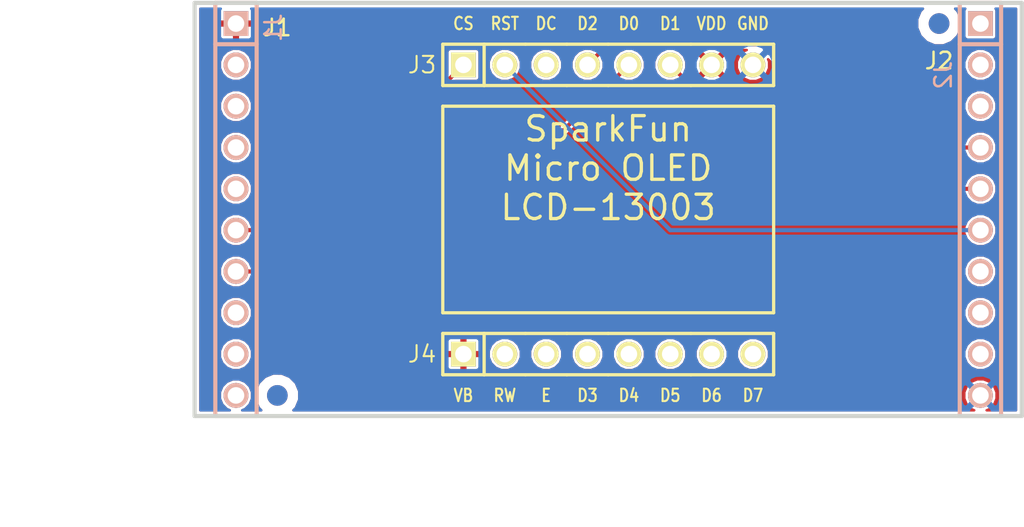
<source format=kicad_pcb>
(kicad_pcb (version 3) (host pcbnew "(2013-09-13 BZR 4316)-product")

  (general
    (links 8)
    (no_connects 0)
    (area 69.926287 85.9282 132.207001 121.104661)
    (thickness 1.6002)
    (drawings 29)
    (tracks 12)
    (zones 0)
    (modules 6)
    (nets 8)
  )

  (page A4)
  (title_block
    (date "24 feb 2013")
  )

  (layers
    (15 F.Cu signal)
    (0 B.Cu signal)
    (16 B.Adhes user)
    (17 F.Adhes user)
    (18 B.Paste user)
    (19 F.Paste user)
    (20 B.SilkS user)
    (21 F.SilkS user)
    (22 B.Mask user)
    (23 F.Mask user)
    (24 Dwgs.User user)
    (25 Cmts.User user)
    (26 Eco1.User user)
    (27 Eco2.User user)
    (28 Edge.Cuts user)
  )

  (setup
    (last_trace_width 0.254)
    (trace_clearance 0.1524)
    (zone_clearance 0.1524)
    (zone_45_only no)
    (trace_min 0.1524)
    (segment_width 0.2)
    (edge_width 0.15)
    (via_size 0.762)
    (via_drill 0.381)
    (via_min_size 0.635)
    (via_min_drill 0.381)
    (uvia_size 0.508)
    (uvia_drill 0.127)
    (uvias_allowed no)
    (uvia_min_size 0.508)
    (uvia_min_drill 0.127)
    (pcb_text_width 0.3)
    (pcb_text_size 1.5 1.5)
    (mod_edge_width 0.15)
    (mod_text_size 1.5 1.5)
    (mod_text_width 0.15)
    (pad_size 1.4 1.4)
    (pad_drill 0.6)
    (pad_to_mask_clearance 0.2)
    (aux_axis_origin 0 0)
    (visible_elements 7FFFFFFF)
    (pcbplotparams
      (layerselection 284196865)
      (usegerberextensions true)
      (excludeedgelayer true)
      (linewidth 0.150000)
      (plotframeref false)
      (viasonmask false)
      (mode 1)
      (useauxorigin false)
      (hpglpennumber 1)
      (hpglpenspeed 20)
      (hpglpendiameter 15)
      (hpglpenoverlay 2)
      (psnegative false)
      (psa4output false)
      (plotreference true)
      (plotvalue true)
      (plotothertext true)
      (plotinvisibletext false)
      (padsonsilk false)
      (subtractmaskfromsilk false)
      (outputformat 1)
      (mirror false)
      (drillshape 0)
      (scaleselection 1)
      (outputdirectory P:/Engineering_SECURE/Projects/LaunchPad_OLED/Hardware/Gerbers/))
  )

  (net 0 "")
  (net 1 /3V3)
  (net 2 /CS)
  (net 3 /D0/SCK)
  (net 4 /D1/SDI)
  (net 5 /D2/SDO)
  (net 6 /GND)
  (net 7 /RESET)

  (net_class Default "This is the default net class."
    (clearance 0.1524)
    (trace_width 0.254)
    (via_dia 0.762)
    (via_drill 0.381)
    (uvia_dia 0.508)
    (uvia_drill 0.127)
    (add_net "")
    (add_net /3V3)
    (add_net /CS)
    (add_net /D0/SCK)
    (add_net /D1/SDI)
    (add_net /D2/SDO)
    (add_net /GND)
    (add_net /RESET)
  )

  (net_class Power ""
    (clearance 0.1524)
    (trace_width 0.762)
    (via_dia 0.889)
    (via_drill 0.508)
    (uvia_dia 0.508)
    (uvia_drill 0.127)
  )

  (module FIDUCIAL (layer F.Cu) (tedit 5052AF7C) (tstamp 5107545D)
    (at 127 87.63)
    (path FIDUCIAL)
    (fp_text reference "" (at 0 1.27) (layer F.SilkS)
      (effects (font (size 0.4572 0.508) (thickness 0.1016)))
    )
    (fp_text value "" (at 0 -1.27) (layer F.SilkS)
      (effects (font (size 0.4572 0.508) (thickness 0.1016)))
    )
    (pad 1 smd circle (at 0 0 270) (size 1.27 1.27)
      (layers *.Cu *.Mask)
      (solder_mask_margin 0.635)
      (clearance 0.635)
    )
  )

  (module FIDUCIAL (layer F.Cu) (tedit 5052AF7C) (tstamp 510754AB)
    (at 86.36 110.49)
    (path FIDUCIAL)
    (fp_text reference "" (at 0 1.27) (layer F.SilkS)
      (effects (font (size 0.4572 0.508) (thickness 0.1016)))
    )
    (fp_text value "" (at 0 -1.27) (layer F.SilkS)
      (effects (font (size 0.4572 0.508) (thickness 0.1016)))
    )
    (pad 1 smd circle (at 0 0 270) (size 1.27 1.27)
      (layers *.Cu *.Mask)
      (solder_mask_margin 0.635)
      (clearance 0.635)
    )
  )

  (module HEADER_100MIL_1R10P_PTH (layer B.Cu) (tedit 5529A0A2) (tstamp 4D7EB299)
    (at 83.82 99.06 270)
    (tags Header)
    (path /5529967A)
    (fp_text reference J1 (at -11.176 -2.286 270) (layer B.SilkS)
      (effects (font (size 1.016 1.016) (thickness 0.1524)) (justify mirror))
    )
    (fp_text value "1x10-PIN HEADER" (at 0 -2.54 270) (layer B.SilkS) hide
      (effects (font (size 1.016 1.016) (thickness 0.1524)) (justify mirror))
    )
    (fp_line (start 12.7 -1.27) (end -12.7 -1.27) (layer B.SilkS) (width 0.254))
    (fp_line (start -12.7 1.27) (end 12.7 1.27) (layer B.SilkS) (width 0.254))
    (fp_line (start -12.7 -1.27) (end -12.7 1.27) (layer B.SilkS) (width 0.254))
    (fp_line (start 12.7 1.27) (end 12.7 -1.27) (layer B.SilkS) (width 0.254))
    (fp_line (start -10.16 1.27) (end -10.16 -1.27) (layer B.SilkS) (width 0.254))
    (pad 10 thru_hole circle (at 11.43 0 270) (size 1.524 1.524) (drill 1.016)
      (layers *.Cu *.Mask B.SilkS)
    )
    (pad 7 thru_hole circle (at 3.81 0 270) (size 1.524 1.524) (drill 1.016)
      (layers *.Cu *.Mask B.SilkS)
      (net 3 /D0/SCK)
    )
    (pad 6 thru_hole circle (at 1.27 0 270) (size 1.524 1.524) (drill 1.016)
      (layers *.Cu *.Mask B.SilkS)
      (net 2 /CS)
    )
    (pad 8 thru_hole circle (at 6.35 0 270) (size 1.524 1.524) (drill 1.016)
      (layers *.Cu *.Mask B.SilkS)
    )
    (pad 9 thru_hole circle (at 8.89 0 270) (size 1.524 1.524) (drill 1.016)
      (layers *.Cu *.Mask B.SilkS)
    )
    (pad 5 thru_hole circle (at -1.27 0 270) (size 1.524 1.524) (drill 1.016)
      (layers *.Cu *.Mask B.SilkS)
    )
    (pad 4 thru_hole circle (at -3.81 0 270) (size 1.524 1.524) (drill 1.016)
      (layers *.Cu *.Mask B.SilkS)
    )
    (pad 1 thru_hole rect (at -11.43 0 270) (size 1.524 1.524) (drill 1.016)
      (layers *.Cu *.Mask B.SilkS)
      (net 1 /3V3)
    )
    (pad 2 thru_hole circle (at -8.89 0 270) (size 1.524 1.524) (drill 1.016)
      (layers *.Cu *.Mask B.SilkS)
    )
    (pad 3 thru_hole circle (at -6.35 0 270) (size 1.524 1.524) (drill 1.016)
      (layers *.Cu *.Mask B.SilkS)
    )
    (model C:\Engineering\KiCAD_Libraries\3D\Headers\HEADER_M_100MIL_1R10P_0.230H_0.120T_ST_GOLD_PTH.wrl
      (at (xyz 0 0 0))
      (scale (xyz 1 1 1))
      (rotate (xyz 0 0 0))
    )
  )

  (module HEADER_100MIL_1R10P_PTH (layer B.Cu) (tedit 552996AC) (tstamp 4D7EB2C9)
    (at 129.54 99.06 270)
    (tags Header)
    (path /5529969B)
    (fp_text reference J2 (at -8.255 2.286 270) (layer B.SilkS)
      (effects (font (size 1.016 1.016) (thickness 0.1524)) (justify mirror))
    )
    (fp_text value "1x10-PIN HEADER" (at 0 2.54 270) (layer B.SilkS) hide
      (effects (font (size 1.016 1.016) (thickness 0.1524)) (justify mirror))
    )
    (fp_line (start 12.7 -1.27) (end -12.7 -1.27) (layer B.SilkS) (width 0.254))
    (fp_line (start -12.7 1.27) (end 12.7 1.27) (layer B.SilkS) (width 0.254))
    (fp_line (start -12.7 -1.27) (end -12.7 1.27) (layer B.SilkS) (width 0.254))
    (fp_line (start 12.7 1.27) (end 12.7 -1.27) (layer B.SilkS) (width 0.254))
    (fp_line (start -10.16 1.27) (end -10.16 -1.27) (layer B.SilkS) (width 0.254))
    (pad 10 thru_hole circle (at 11.43 0 270) (size 1.524 1.524) (drill 1.016)
      (layers *.Cu *.Mask B.SilkS)
      (net 6 /GND)
    )
    (pad 7 thru_hole circle (at 3.81 0 270) (size 1.524 1.524) (drill 1.016)
      (layers *.Cu *.Mask B.SilkS)
    )
    (pad 6 thru_hole circle (at 1.27 0 270) (size 1.524 1.524) (drill 1.016)
      (layers *.Cu *.Mask B.SilkS)
      (net 7 /RESET)
    )
    (pad 8 thru_hole circle (at 6.35 0 270) (size 1.524 1.524) (drill 1.016)
      (layers *.Cu *.Mask B.SilkS)
    )
    (pad 9 thru_hole circle (at 8.89 0 270) (size 1.524 1.524) (drill 1.016)
      (layers *.Cu *.Mask B.SilkS)
    )
    (pad 5 thru_hole circle (at -1.27 0 270) (size 1.524 1.524) (drill 1.016)
      (layers *.Cu *.Mask B.SilkS)
      (net 4 /D1/SDI)
    )
    (pad 4 thru_hole circle (at -3.81 0 270) (size 1.524 1.524) (drill 1.016)
      (layers *.Cu *.Mask B.SilkS)
      (net 5 /D2/SDO)
    )
    (pad 1 thru_hole rect (at -11.43 0 270) (size 1.524 1.524) (drill 1.016)
      (layers *.Cu *.Mask B.SilkS)
    )
    (pad 2 thru_hole circle (at -8.89 0 270) (size 1.524 1.524) (drill 1.016)
      (layers *.Cu *.Mask B.SilkS)
    )
    (pad 3 thru_hole circle (at -6.35 0 270) (size 1.524 1.524) (drill 1.016)
      (layers *.Cu *.Mask B.SilkS)
    )
    (model C:\Engineering\KiCAD_Libraries\3D\Headers\HEADER_M_100MIL_1R10P_0.230H_0.120T_ST_GOLD_PTH.wrl
      (at (xyz 0 0 0))
      (scale (xyz 1 1 1))
      (rotate (xyz 0 0 0))
    )
  )

  (module HEADER_M_2.54MM_1R8P_ST_AU_PTH (layer F.Cu) (tedit 5529B727) (tstamp 5529A40D)
    (at 106.68 90.17)
    (tags Header)
    (path /552996E0)
    (fp_text reference J3 (at -11.43 0) (layer F.SilkS)
      (effects (font (size 1.016 1.016) (thickness 0.127)))
    )
    (fp_text value "1x8-PIN HEADER" (at 12.446 0) (layer F.SilkS) hide
      (effects (font (size 1.016 1.016) (thickness 0.127)))
    )
    (fp_line (start 5.08 1.27) (end 10.16 1.27) (layer F.SilkS) (width 0.2032))
    (fp_line (start 5.08 -1.27) (end 10.16 -1.27) (layer F.SilkS) (width 0.2032))
    (fp_line (start 0 1.27) (end 5.08 1.27) (layer F.SilkS) (width 0.2032))
    (fp_line (start 0 -1.27) (end 5.08 -1.27) (layer F.SilkS) (width 0.2032))
    (fp_line (start -2.54 -1.27) (end 0 -1.27) (layer F.SilkS) (width 0.2032))
    (fp_line (start -2.54 1.27) (end 0 1.27) (layer F.SilkS) (width 0.2032))
    (fp_line (start -5.08 1.27) (end -2.54 1.27) (layer F.SilkS) (width 0.2032))
    (fp_line (start -5.08 -1.27) (end -2.54 -1.27) (layer F.SilkS) (width 0.2032))
    (fp_line (start 10.16 -1.27) (end 10.16 1.27) (layer F.SilkS) (width 0.2032))
    (fp_line (start -7.62 -1.27) (end -5.08 -1.27) (layer F.SilkS) (width 0.2032))
    (fp_line (start -7.62 1.27) (end -5.08 1.27) (layer F.SilkS) (width 0.2032))
    (fp_line (start -10.16 1.27) (end -7.62 1.27) (layer F.SilkS) (width 0.2032))
    (fp_line (start -10.16 -1.27) (end -7.62 -1.27) (layer F.SilkS) (width 0.2032))
    (fp_line (start -10.16 1.27) (end -10.16 -1.27) (layer F.SilkS) (width 0.2032))
    (fp_line (start -7.62 -1.27) (end -7.62 1.27) (layer F.SilkS) (width 0.2032))
    (pad 6 thru_hole circle (at 3.81 0) (size 1.524 1.524) (drill 1.016)
      (layers *.Cu *.Mask F.SilkS)
      (net 4 /D1/SDI)
    )
    (pad 4 thru_hole circle (at -1.27 0) (size 1.524 1.524) (drill 1.016)
      (layers *.Cu *.Mask F.SilkS)
      (net 5 /D2/SDO)
    )
    (pad 3 thru_hole circle (at -3.81 0) (size 1.524 1.524) (drill 1.016)
      (layers *.Cu *.Mask F.SilkS)
    )
    (pad 2 thru_hole circle (at -6.35 0) (size 1.524 1.524) (drill 1.016)
      (layers *.Cu *.Mask F.SilkS)
      (net 7 /RESET)
    )
    (pad 1 thru_hole rect (at -8.89 0) (size 1.524 1.524) (drill 1.016)
      (layers *.Cu *.Mask F.SilkS)
      (net 2 /CS)
    )
    (pad 7 thru_hole circle (at 6.35 0) (size 1.524 1.524) (drill 1.016)
      (layers *.Cu *.Mask F.SilkS)
      (net 1 /3V3)
    )
    (pad 8 thru_hole circle (at 8.89 0) (size 1.524 1.524) (drill 1.016)
      (layers *.Cu *.Mask F.SilkS)
      (net 6 /GND)
    )
    (pad 5 thru_hole circle (at 1.27 0) (size 1.524 1.524) (drill 1.016)
      (layers *.Cu *.Mask F.SilkS)
      (net 3 /D0/SCK)
    )
    (model C:/Engineering/KiCAD_Libraries/3D/Headers/VRML/HEADER_M_2.54MM_1R8P_ST_AU_PTH.wrl
      (at (xyz 0 0 0))
      (scale (xyz 1 1 1))
      (rotate (xyz 0 0 0))
    )
  )

  (module HEADER_M_2.54MM_1R8P_ST_AU_PTH (layer F.Cu) (tedit 5529AC9C) (tstamp 55299FEF)
    (at 106.68 107.95)
    (tags Header)
    (path /552996F2)
    (fp_text reference J4 (at -11.43 0) (layer F.SilkS)
      (effects (font (size 1.016 1.016) (thickness 0.127)))
    )
    (fp_text value "1x8-PIN HEADER" (at 12.446 0) (layer F.SilkS) hide
      (effects (font (size 1.016 1.016) (thickness 0.127)))
    )
    (fp_line (start 5.08 1.27) (end 10.16 1.27) (layer F.SilkS) (width 0.2032))
    (fp_line (start 5.08 -1.27) (end 10.16 -1.27) (layer F.SilkS) (width 0.2032))
    (fp_line (start 0 1.27) (end 5.08 1.27) (layer F.SilkS) (width 0.2032))
    (fp_line (start 0 -1.27) (end 5.08 -1.27) (layer F.SilkS) (width 0.2032))
    (fp_line (start -2.54 -1.27) (end 0 -1.27) (layer F.SilkS) (width 0.2032))
    (fp_line (start -2.54 1.27) (end 0 1.27) (layer F.SilkS) (width 0.2032))
    (fp_line (start -5.08 1.27) (end -2.54 1.27) (layer F.SilkS) (width 0.2032))
    (fp_line (start -5.08 -1.27) (end -2.54 -1.27) (layer F.SilkS) (width 0.2032))
    (fp_line (start 10.16 -1.27) (end 10.16 1.27) (layer F.SilkS) (width 0.2032))
    (fp_line (start -7.62 -1.27) (end -5.08 -1.27) (layer F.SilkS) (width 0.2032))
    (fp_line (start -7.62 1.27) (end -5.08 1.27) (layer F.SilkS) (width 0.2032))
    (fp_line (start -10.16 1.27) (end -7.62 1.27) (layer F.SilkS) (width 0.2032))
    (fp_line (start -10.16 -1.27) (end -7.62 -1.27) (layer F.SilkS) (width 0.2032))
    (fp_line (start -10.16 1.27) (end -10.16 -1.27) (layer F.SilkS) (width 0.2032))
    (fp_line (start -7.62 -1.27) (end -7.62 1.27) (layer F.SilkS) (width 0.2032))
    (pad 6 thru_hole circle (at 3.81 0) (size 1.524 1.524) (drill 1.016)
      (layers *.Cu *.Mask F.SilkS)
    )
    (pad 4 thru_hole circle (at -1.27 0) (size 1.524 1.524) (drill 1.016)
      (layers *.Cu *.Mask F.SilkS)
    )
    (pad 3 thru_hole circle (at -3.81 0) (size 1.524 1.524) (drill 1.016)
      (layers *.Cu *.Mask F.SilkS)
    )
    (pad 2 thru_hole circle (at -6.35 0) (size 1.524 1.524) (drill 1.016)
      (layers *.Cu *.Mask F.SilkS)
    )
    (pad 1 thru_hole rect (at -8.89 0) (size 1.524 1.524) (drill 1.016)
      (layers *.Cu *.Mask F.SilkS)
      (net 1 /3V3)
    )
    (pad 7 thru_hole circle (at 6.35 0) (size 1.524 1.524) (drill 1.016)
      (layers *.Cu *.Mask F.SilkS)
    )
    (pad 8 thru_hole circle (at 8.89 0) (size 1.524 1.524) (drill 1.016)
      (layers *.Cu *.Mask F.SilkS)
    )
    (pad 5 thru_hole circle (at 1.27 0) (size 1.524 1.524) (drill 1.016)
      (layers *.Cu *.Mask F.SilkS)
    )
    (model C:/Engineering/KiCAD_Libraries/3D/Headers/VRML/HEADER_M_2.54MM_1R8P_ST_AU_PTH.wrl
      (at (xyz 0 0 0))
      (scale (xyz 1 1 1))
      (rotate (xyz 0 0 0))
    )
  )

  (gr_text J2 (at 127 89.916) (layer F.SilkS)
    (effects (font (size 1.016 1.016) (thickness 0.1524)))
  )
  (gr_text J1 (at 86.36 87.884) (layer F.SilkS)
    (effects (font (size 1.016 1.016) (thickness 0.1524)))
  )
  (gr_text VB (at 97.79 110.49) (layer F.SilkS) (tstamp 5529A42C)
    (effects (font (size 0.762 0.635) (thickness 0.127)))
  )
  (gr_text RW (at 100.33 110.49) (layer F.SilkS) (tstamp 5529A42B)
    (effects (font (size 0.762 0.635) (thickness 0.127)))
  )
  (gr_text E (at 102.87 110.49) (layer F.SilkS) (tstamp 5529A42A)
    (effects (font (size 0.762 0.635) (thickness 0.127)))
  )
  (gr_text D3 (at 105.41 110.49) (layer F.SilkS) (tstamp 5529A429)
    (effects (font (size 0.762 0.635) (thickness 0.127)))
  )
  (gr_text D4 (at 107.95 110.49) (layer F.SilkS) (tstamp 5529A428)
    (effects (font (size 0.762 0.635) (thickness 0.127)))
  )
  (gr_text D5 (at 110.49 110.49) (layer F.SilkS) (tstamp 5529A427)
    (effects (font (size 0.762 0.635) (thickness 0.127)))
  )
  (gr_text D6 (at 113.03 110.49) (layer F.SilkS) (tstamp 5529A426)
    (effects (font (size 0.762 0.635) (thickness 0.127)))
  )
  (gr_text D7 (at 115.57 110.49) (layer F.SilkS) (tstamp 5529A425)
    (effects (font (size 0.762 0.635) (thickness 0.127)))
  )
  (gr_text GND (at 115.57 87.63) (layer F.SilkS)
    (effects (font (size 0.762 0.635) (thickness 0.127)))
  )
  (gr_text VDD (at 113.03 87.63) (layer F.SilkS)
    (effects (font (size 0.762 0.635) (thickness 0.127)))
  )
  (gr_text D1 (at 110.49 87.63) (layer F.SilkS)
    (effects (font (size 0.762 0.635) (thickness 0.127)))
  )
  (gr_text D0 (at 107.95 87.63) (layer F.SilkS)
    (effects (font (size 0.762 0.635) (thickness 0.127)))
  )
  (gr_text D2 (at 105.41 87.63) (layer F.SilkS)
    (effects (font (size 0.762 0.635) (thickness 0.127)))
  )
  (gr_text DC (at 102.87 87.63) (layer F.SilkS)
    (effects (font (size 0.762 0.635) (thickness 0.127)))
  )
  (gr_text RST (at 100.33 87.63) (layer F.SilkS)
    (effects (font (size 0.762 0.635) (thickness 0.127)))
  )
  (gr_text CS (at 97.79 87.63) (layer F.SilkS)
    (effects (font (size 0.762 0.635) (thickness 0.127)))
  )
  (gr_text "SparkFun\nMicro OLED\nLCD-13003" (at 106.68 96.52) (layer F.SilkS)
    (effects (font (size 1.5 1.5) (thickness 0.2032)))
  )
  (gr_line (start 116.84 92.71) (end 96.52 92.71) (angle 90) (layer F.SilkS) (width 0.2))
  (gr_line (start 116.84 105.41) (end 116.84 92.71) (angle 90) (layer F.SilkS) (width 0.2))
  (gr_line (start 96.52 105.41) (end 116.84 105.41) (angle 90) (layer F.SilkS) (width 0.2))
  (gr_line (start 96.52 92.71) (end 96.52 105.41) (angle 90) (layer F.SilkS) (width 0.2))
  (dimension 25.4 (width 0.3) (layer Cmts.User)
    (gr_text "1.0000 in" (at 75.612 99.06 90) (layer Cmts.User)
      (effects (font (size 1.5 1.5) (thickness 0.3)))
    )
    (feature1 (pts (xy 80.772 86.36) (xy 74.262 86.36)))
    (feature2 (pts (xy 80.772 111.76) (xy 74.262 111.76)))
    (crossbar (pts (xy 76.962 111.76) (xy 76.962 86.36)))
    (arrow1a (pts (xy 76.962 86.36) (xy 77.548421 87.486504)))
    (arrow1b (pts (xy 76.962 86.36) (xy 76.375579 87.486504)))
    (arrow2a (pts (xy 76.962 111.76) (xy 77.548421 110.633496)))
    (arrow2b (pts (xy 76.962 111.76) (xy 76.375579 110.633496)))
  )
  (gr_line (start 132.08 86.36) (end 132.08 111.76) (angle 90) (layer Edge.Cuts) (width 0.254))
  (gr_line (start 81.28 86.36) (end 81.28 111.76) (angle 90) (layer Edge.Cuts) (width 0.254))
  (dimension 50.8 (width 0.3048) (layer Cmts.User)
    (gr_text "2.0000 " (at 106.68 119.47906) (layer Cmts.User)
      (effects (font (size 2.032 1.524) (thickness 0.3048)))
    )
    (feature1 (pts (xy 132.08 112.268) (xy 132.08 121.10466)))
    (feature2 (pts (xy 81.28 112.268) (xy 81.28 121.10466)))
    (crossbar (pts (xy 81.28 117.85346) (xy 132.08 117.85346)))
    (arrow1a (pts (xy 132.08 117.85346) (xy 130.95478 118.43766)))
    (arrow1b (pts (xy 132.08 117.85346) (xy 130.95478 117.26926)))
    (arrow2a (pts (xy 81.28 117.85346) (xy 82.40522 118.43766)))
    (arrow2b (pts (xy 81.28 117.85346) (xy 82.40522 117.26926)))
  )
  (gr_line (start 132.08 111.76) (end 81.28 111.76) (angle 90) (layer Edge.Cuts) (width 0.254))
  (gr_line (start 81.28 86.36) (end 132.08 86.36) (angle 90) (layer Edge.Cuts) (width 0.254))

  (segment (start 83.82 100.33) (end 87.63 100.33) (width 0.254) (layer F.Cu) (net 2))
  (segment (start 87.63 100.33) (end 97.79 90.17) (width 0.254) (layer F.Cu) (net 2) (tstamp 5529B516))
  (segment (start 83.82 102.87) (end 95.25 102.87) (width 0.254) (layer F.Cu) (net 3))
  (segment (start 95.25 102.87) (end 107.95 90.17) (width 0.254) (layer F.Cu) (net 3) (tstamp 5529B51C))
  (segment (start 110.49 90.17) (end 118.11 97.79) (width 0.254) (layer F.Cu) (net 4))
  (segment (start 118.11 97.79) (end 129.54 97.79) (width 0.254) (layer F.Cu) (net 4) (tstamp 5529B525))
  (segment (start 105.41 90.17) (end 106.68 88.9) (width 0.254) (layer F.Cu) (net 5))
  (segment (start 122.428 95.25) (end 129.54 95.25) (width 0.254) (layer F.Cu) (net 5) (tstamp 5529B55B))
  (segment (start 116.078 88.9) (end 122.428 95.25) (width 0.254) (layer F.Cu) (net 5) (tstamp 5529B551))
  (segment (start 106.68 88.9) (end 116.078 88.9) (width 0.254) (layer F.Cu) (net 5) (tstamp 5529B548))
  (segment (start 100.33 90.17) (end 110.49 100.33) (width 0.254) (layer B.Cu) (net 7))
  (segment (start 110.49 100.33) (end 129.54 100.33) (width 0.254) (layer B.Cu) (net 7) (tstamp 5529B56A))

  (zone (net 1) (net_name /3V3) (layer F.Cu) (tstamp 51074C39) (hatch edge 0.508)
    (connect_pads (clearance 0.1524))
    (min_thickness 0.1524)
    (fill (arc_segments 16) (thermal_gap 0.381) (thermal_bridge_width 0.381))
    (polygon
      (pts
        (xy 132.08 111.76) (xy 132.08 86.36) (xy 81.28 86.36) (xy 81.28 111.76)
      )
    )
    (filled_polygon
      (pts
        (xy 131.7244 111.4044) (xy 129.921011 111.4044) (xy 130.100397 111.330279) (xy 130.3793 111.051862) (xy 130.530428 110.687907)
        (xy 130.530772 110.293822) (xy 130.530772 107.753822) (xy 130.530772 105.213822) (xy 130.530772 102.673822) (xy 130.530772 100.133822)
        (xy 130.530772 97.593822) (xy 130.380279 97.229603) (xy 130.101862 96.9507) (xy 129.737907 96.799572) (xy 129.343822 96.799228)
        (xy 128.979603 96.949721) (xy 128.7007 97.228138) (xy 128.615052 97.4344) (xy 118.257293 97.4344) (xy 114.260302 93.437408)
        (xy 114.260302 90.347822) (xy 114.234701 89.863469) (xy 114.098601 89.534898) (xy 113.904892 89.456753) (xy 113.191645 90.17)
        (xy 113.904892 90.883247) (xy 114.098601 90.805102) (xy 114.260302 90.347822) (xy 114.260302 93.437408) (xy 113.743247 92.920353)
        (xy 113.743247 91.044892) (xy 113.03 90.331645) (xy 112.868355 90.49329) (xy 112.868355 90.17) (xy 112.155108 89.456753)
        (xy 111.961399 89.534898) (xy 111.799698 89.992178) (xy 111.825299 90.476531) (xy 111.961399 90.805102) (xy 112.155108 90.883247)
        (xy 112.868355 90.17) (xy 112.868355 90.49329) (xy 112.316753 91.044892) (xy 112.394898 91.238601) (xy 112.852178 91.400302)
        (xy 113.336531 91.374701) (xy 113.665102 91.238601) (xy 113.743247 91.044892) (xy 113.743247 92.920353) (xy 111.395449 90.572555)
        (xy 111.480428 90.367907) (xy 111.480772 89.973822) (xy 111.330279 89.609603) (xy 111.051862 89.3307) (xy 110.871001 89.2556)
        (xy 112.332691 89.2556) (xy 112.316753 89.295108) (xy 113.03 90.008355) (xy 113.743247 89.295108) (xy 113.727308 89.2556)
        (xy 115.188988 89.2556) (xy 115.009603 89.329721) (xy 114.7307 89.608138) (xy 114.579572 89.972093) (xy 114.579228 90.366178)
        (xy 114.729721 90.730397) (xy 115.008138 91.0093) (xy 115.372093 91.160428) (xy 115.766178 91.160772) (xy 116.130397 91.010279)
        (xy 116.4093 90.731862) (xy 116.560428 90.367907) (xy 116.560772 89.973822) (xy 116.498697 89.823591) (xy 122.176553 95.501447)
        (xy 122.291917 95.578532) (xy 122.291918 95.578532) (xy 122.428 95.6056) (xy 128.6151 95.6056) (xy 128.699721 95.810397)
        (xy 128.978138 96.0893) (xy 129.342093 96.240428) (xy 129.736178 96.240772) (xy 130.100397 96.090279) (xy 130.3793 95.811862)
        (xy 130.530428 95.447907) (xy 130.530772 95.053822) (xy 130.530772 92.513822) (xy 130.530772 89.973822) (xy 130.380279 89.609603)
        (xy 130.101862 89.3307) (xy 129.737907 89.179572) (xy 129.343822 89.179228) (xy 128.979603 89.329721) (xy 128.7007 89.608138)
        (xy 128.549572 89.972093) (xy 128.549228 90.366178) (xy 128.699721 90.730397) (xy 128.978138 91.0093) (xy 129.342093 91.160428)
        (xy 129.736178 91.160772) (xy 130.100397 91.010279) (xy 130.3793 90.731862) (xy 130.530428 90.367907) (xy 130.530772 89.973822)
        (xy 130.530772 92.513822) (xy 130.380279 92.149603) (xy 130.101862 91.8707) (xy 129.737907 91.719572) (xy 129.343822 91.719228)
        (xy 128.979603 91.869721) (xy 128.7007 92.148138) (xy 128.549572 92.512093) (xy 128.549228 92.906178) (xy 128.699721 93.270397)
        (xy 128.978138 93.5493) (xy 129.342093 93.700428) (xy 129.736178 93.700772) (xy 130.100397 93.550279) (xy 130.3793 93.271862)
        (xy 130.530428 92.907907) (xy 130.530772 92.513822) (xy 130.530772 95.053822) (xy 130.380279 94.689603) (xy 130.101862 94.4107)
        (xy 129.737907 94.259572) (xy 129.343822 94.259228) (xy 128.979603 94.409721) (xy 128.7007 94.688138) (xy 128.615052 94.8944)
        (xy 122.575294 94.8944) (xy 116.329447 88.648553) (xy 116.214083 88.571468) (xy 116.078 88.5444) (xy 106.68 88.5444)
        (xy 106.543917 88.571468) (xy 106.428553 88.648553) (xy 105.812555 89.26455) (xy 105.607907 89.179572) (xy 105.213822 89.179228)
        (xy 104.849603 89.329721) (xy 104.5707 89.608138) (xy 104.419572 89.972093) (xy 104.419228 90.366178) (xy 104.569721 90.730397)
        (xy 104.848138 91.0093) (xy 105.212093 91.160428) (xy 105.606178 91.160772) (xy 105.970397 91.010279) (xy 106.2493 90.731862)
        (xy 106.400428 90.367907) (xy 106.400772 89.973822) (xy 106.315483 89.76741) (xy 106.827294 89.2556) (xy 107.568988 89.2556)
        (xy 107.389603 89.329721) (xy 107.1107 89.608138) (xy 106.959572 89.972093) (xy 106.959228 90.366178) (xy 107.044516 90.572589)
        (xy 103.860772 93.756333) (xy 103.860772 89.973822) (xy 103.710279 89.609603) (xy 103.431862 89.3307) (xy 103.067907 89.179572)
        (xy 102.673822 89.179228) (xy 102.309603 89.329721) (xy 102.0307 89.608138) (xy 101.879572 89.972093) (xy 101.879228 90.366178)
        (xy 102.029721 90.730397) (xy 102.308138 91.0093) (xy 102.672093 91.160428) (xy 103.066178 91.160772) (xy 103.430397 91.010279)
        (xy 103.7093 90.731862) (xy 103.860428 90.367907) (xy 103.860772 89.973822) (xy 103.860772 93.756333) (xy 101.320772 96.296333)
        (xy 101.320772 89.973822) (xy 101.170279 89.609603) (xy 100.891862 89.3307) (xy 100.527907 89.179572) (xy 100.133822 89.179228)
        (xy 99.769603 89.329721) (xy 99.4907 89.608138) (xy 99.339572 89.972093) (xy 99.339228 90.366178) (xy 99.489721 90.730397)
        (xy 99.768138 91.0093) (xy 100.132093 91.160428) (xy 100.526178 91.160772) (xy 100.890397 91.010279) (xy 101.1693 90.731862)
        (xy 101.320428 90.367907) (xy 101.320772 89.973822) (xy 101.320772 96.296333) (xy 98.7806 98.836505) (xy 98.7806 90.977472)
        (xy 98.7806 90.886529) (xy 98.7806 89.362529) (xy 98.745798 89.278509) (xy 98.681492 89.214203) (xy 98.597472 89.1794)
        (xy 98.506529 89.1794) (xy 96.982529 89.1794) (xy 96.898509 89.214202) (xy 96.834203 89.278508) (xy 96.7994 89.362528)
        (xy 96.7994 89.453471) (xy 96.7994 90.657706) (xy 87.482706 99.9744) (xy 85.0392 99.9744) (xy 85.0392 88.482943)
        (xy 85.0392 87.8586) (xy 84.9249 87.7443) (xy 83.9343 87.7443) (xy 83.9343 88.7349) (xy 84.0486 88.8492)
        (xy 84.491057 88.8492) (xy 84.672942 88.8492) (xy 84.840983 88.779596) (xy 84.969595 88.650983) (xy 85.0392 88.482943)
        (xy 85.0392 99.9744) (xy 84.810772 99.9744) (xy 84.810772 97.593822) (xy 84.810772 95.053822) (xy 84.810772 92.513822)
        (xy 84.810772 89.973822) (xy 84.660279 89.609603) (xy 84.381862 89.3307) (xy 84.017907 89.179572) (xy 83.7057 89.179299)
        (xy 83.7057 88.7349) (xy 83.7057 87.7443) (xy 82.7151 87.7443) (xy 82.6008 87.8586) (xy 82.6008 88.482943)
        (xy 82.670405 88.650983) (xy 82.799017 88.779596) (xy 82.967058 88.8492) (xy 83.148943 88.8492) (xy 83.5914 88.8492)
        (xy 83.7057 88.7349) (xy 83.7057 89.179299) (xy 83.623822 89.179228) (xy 83.259603 89.329721) (xy 82.9807 89.608138)
        (xy 82.829572 89.972093) (xy 82.829228 90.366178) (xy 82.979721 90.730397) (xy 83.258138 91.0093) (xy 83.622093 91.160428)
        (xy 84.016178 91.160772) (xy 84.380397 91.010279) (xy 84.6593 90.731862) (xy 84.810428 90.367907) (xy 84.810772 89.973822)
        (xy 84.810772 92.513822) (xy 84.660279 92.149603) (xy 84.381862 91.8707) (xy 84.017907 91.719572) (xy 83.623822 91.719228)
        (xy 83.259603 91.869721) (xy 82.9807 92.148138) (xy 82.829572 92.512093) (xy 82.829228 92.906178) (xy 82.979721 93.270397)
        (xy 83.258138 93.5493) (xy 83.622093 93.700428) (xy 84.016178 93.700772) (xy 84.380397 93.550279) (xy 84.6593 93.271862)
        (xy 84.810428 92.907907) (xy 84.810772 92.513822) (xy 84.810772 95.053822) (xy 84.660279 94.689603) (xy 84.381862 94.4107)
        (xy 84.017907 94.259572) (xy 83.623822 94.259228) (xy 83.259603 94.409721) (xy 82.9807 94.688138) (xy 82.829572 95.052093)
        (xy 82.829228 95.446178) (xy 82.979721 95.810397) (xy 83.258138 96.0893) (xy 83.622093 96.240428) (xy 84.016178 96.240772)
        (xy 84.380397 96.090279) (xy 84.6593 95.811862) (xy 84.810428 95.447907) (xy 84.810772 95.053822) (xy 84.810772 97.593822)
        (xy 84.660279 97.229603) (xy 84.381862 96.9507) (xy 84.017907 96.799572) (xy 83.623822 96.799228) (xy 83.259603 96.949721)
        (xy 82.9807 97.228138) (xy 82.829572 97.592093) (xy 82.829228 97.986178) (xy 82.979721 98.350397) (xy 83.258138 98.6293)
        (xy 83.622093 98.780428) (xy 84.016178 98.780772) (xy 84.380397 98.630279) (xy 84.6593 98.351862) (xy 84.810428 97.987907)
        (xy 84.810772 97.593822) (xy 84.810772 99.9744) (xy 84.744899 99.9744) (xy 84.660279 99.769603) (xy 84.381862 99.4907)
        (xy 84.017907 99.339572) (xy 83.623822 99.339228) (xy 83.259603 99.489721) (xy 82.9807 99.768138) (xy 82.829572 100.132093)
        (xy 82.829228 100.526178) (xy 82.979721 100.890397) (xy 83.258138 101.1693) (xy 83.622093 101.320428) (xy 84.016178 101.320772)
        (xy 84.380397 101.170279) (xy 84.6593 100.891862) (xy 84.744947 100.6856) (xy 87.63 100.6856) (xy 87.766082 100.658532)
        (xy 87.766083 100.658532) (xy 87.881447 100.581447) (xy 97.302294 91.1606) (xy 98.597471 91.1606) (xy 98.681491 91.125798)
        (xy 98.745797 91.061492) (xy 98.7806 90.977472) (xy 98.7806 98.836505) (xy 95.102705 102.5144) (xy 84.744899 102.5144)
        (xy 84.660279 102.309603) (xy 84.381862 102.0307) (xy 84.017907 101.879572) (xy 83.623822 101.879228) (xy 83.259603 102.029721)
        (xy 82.9807 102.308138) (xy 82.829572 102.672093) (xy 82.829228 103.066178) (xy 82.979721 103.430397) (xy 83.258138 103.7093)
        (xy 83.622093 103.860428) (xy 84.016178 103.860772) (xy 84.380397 103.710279) (xy 84.6593 103.431862) (xy 84.744947 103.2256)
        (xy 95.25 103.2256) (xy 95.386082 103.198532) (xy 95.386083 103.198532) (xy 95.501447 103.121447) (xy 107.547444 91.075449)
        (xy 107.752093 91.160428) (xy 108.146178 91.160772) (xy 108.510397 91.010279) (xy 108.7893 90.731862) (xy 108.940428 90.367907)
        (xy 108.940772 89.973822) (xy 108.790279 89.609603) (xy 108.511862 89.3307) (xy 108.331001 89.2556) (xy 110.108988 89.2556)
        (xy 109.929603 89.329721) (xy 109.6507 89.608138) (xy 109.499572 89.972093) (xy 109.499228 90.366178) (xy 109.649721 90.730397)
        (xy 109.928138 91.0093) (xy 110.292093 91.160428) (xy 110.686178 91.160772) (xy 110.892589 91.075483) (xy 117.858553 98.041447)
        (xy 117.973917 98.118531) (xy 117.973918 98.118532) (xy 118.11 98.1456) (xy 128.6151 98.1456) (xy 128.699721 98.350397)
        (xy 128.978138 98.6293) (xy 129.342093 98.780428) (xy 129.736178 98.780772) (xy 130.100397 98.630279) (xy 130.3793 98.351862)
        (xy 130.530428 97.987907) (xy 130.530772 97.593822) (xy 130.530772 100.133822) (xy 130.380279 99.769603) (xy 130.101862 99.4907)
        (xy 129.737907 99.339572) (xy 129.343822 99.339228) (xy 128.979603 99.489721) (xy 128.7007 99.768138) (xy 128.549572 100.132093)
        (xy 128.549228 100.526178) (xy 128.699721 100.890397) (xy 128.978138 101.1693) (xy 129.342093 101.320428) (xy 129.736178 101.320772)
        (xy 130.100397 101.170279) (xy 130.3793 100.891862) (xy 130.530428 100.527907) (xy 130.530772 100.133822) (xy 130.530772 102.673822)
        (xy 130.380279 102.309603) (xy 130.101862 102.0307) (xy 129.737907 101.879572) (xy 129.343822 101.879228) (xy 128.979603 102.029721)
        (xy 128.7007 102.308138) (xy 128.549572 102.672093) (xy 128.549228 103.066178) (xy 128.699721 103.430397) (xy 128.978138 103.7093)
        (xy 129.342093 103.860428) (xy 129.736178 103.860772) (xy 130.100397 103.710279) (xy 130.3793 103.431862) (xy 130.530428 103.067907)
        (xy 130.530772 102.673822) (xy 130.530772 105.213822) (xy 130.380279 104.849603) (xy 130.101862 104.5707) (xy 129.737907 104.419572)
        (xy 129.343822 104.419228) (xy 128.979603 104.569721) (xy 128.7007 104.848138) (xy 128.549572 105.212093) (xy 128.549228 105.606178)
        (xy 128.699721 105.970397) (xy 128.978138 106.2493) (xy 129.342093 106.400428) (xy 129.736178 106.400772) (xy 130.100397 106.250279)
        (xy 130.3793 105.971862) (xy 130.530428 105.607907) (xy 130.530772 105.213822) (xy 130.530772 107.753822) (xy 130.380279 107.389603)
        (xy 130.101862 107.1107) (xy 129.737907 106.959572) (xy 129.343822 106.959228) (xy 128.979603 107.109721) (xy 128.7007 107.388138)
        (xy 128.549572 107.752093) (xy 128.549228 108.146178) (xy 128.699721 108.510397) (xy 128.978138 108.7893) (xy 129.342093 108.940428)
        (xy 129.736178 108.940772) (xy 130.100397 108.790279) (xy 130.3793 108.511862) (xy 130.530428 108.147907) (xy 130.530772 107.753822)
        (xy 130.530772 110.293822) (xy 130.380279 109.929603) (xy 130.101862 109.6507) (xy 129.737907 109.499572) (xy 129.343822 109.499228)
        (xy 128.979603 109.649721) (xy 128.7007 109.928138) (xy 128.549572 110.292093) (xy 128.549228 110.686178) (xy 128.699721 111.050397)
        (xy 128.978138 111.3293) (xy 129.158998 111.4044) (xy 116.560772 111.4044) (xy 116.560772 107.753822) (xy 116.410279 107.389603)
        (xy 116.131862 107.1107) (xy 115.767907 106.959572) (xy 115.373822 106.959228) (xy 115.009603 107.109721) (xy 114.7307 107.388138)
        (xy 114.579572 107.752093) (xy 114.579228 108.146178) (xy 114.729721 108.510397) (xy 115.008138 108.7893) (xy 115.372093 108.940428)
        (xy 115.766178 108.940772) (xy 116.130397 108.790279) (xy 116.4093 108.511862) (xy 116.560428 108.147907) (xy 116.560772 107.753822)
        (xy 116.560772 111.4044) (xy 114.020772 111.4044) (xy 114.020772 107.753822) (xy 113.870279 107.389603) (xy 113.591862 107.1107)
        (xy 113.227907 106.959572) (xy 112.833822 106.959228) (xy 112.469603 107.109721) (xy 112.1907 107.388138) (xy 112.039572 107.752093)
        (xy 112.039228 108.146178) (xy 112.189721 108.510397) (xy 112.468138 108.7893) (xy 112.832093 108.940428) (xy 113.226178 108.940772)
        (xy 113.590397 108.790279) (xy 113.8693 108.511862) (xy 114.020428 108.147907) (xy 114.020772 107.753822) (xy 114.020772 111.4044)
        (xy 111.480772 111.4044) (xy 111.480772 107.753822) (xy 111.330279 107.389603) (xy 111.051862 107.1107) (xy 110.687907 106.959572)
        (xy 110.293822 106.959228) (xy 109.929603 107.109721) (xy 109.6507 107.388138) (xy 109.499572 107.752093) (xy 109.499228 108.146178)
        (xy 109.649721 108.510397) (xy 109.928138 108.7893) (xy 110.292093 108.940428) (xy 110.686178 108.940772) (xy 111.050397 108.790279)
        (xy 111.3293 108.511862) (xy 111.480428 108.147907) (xy 111.480772 107.753822) (xy 111.480772 111.4044) (xy 108.940772 111.4044)
        (xy 108.940772 107.753822) (xy 108.790279 107.389603) (xy 108.511862 107.1107) (xy 108.147907 106.959572) (xy 107.753822 106.959228)
        (xy 107.389603 107.109721) (xy 107.1107 107.388138) (xy 106.959572 107.752093) (xy 106.959228 108.146178) (xy 107.109721 108.510397)
        (xy 107.388138 108.7893) (xy 107.752093 108.940428) (xy 108.146178 108.940772) (xy 108.510397 108.790279) (xy 108.7893 108.511862)
        (xy 108.940428 108.147907) (xy 108.940772 107.753822) (xy 108.940772 111.4044) (xy 106.400772 111.4044) (xy 106.400772 107.753822)
        (xy 106.250279 107.389603) (xy 105.971862 107.1107) (xy 105.607907 106.959572) (xy 105.213822 106.959228) (xy 104.849603 107.109721)
        (xy 104.5707 107.388138) (xy 104.419572 107.752093) (xy 104.419228 108.146178) (xy 104.569721 108.510397) (xy 104.848138 108.7893)
        (xy 105.212093 108.940428) (xy 105.606178 108.940772) (xy 105.970397 108.790279) (xy 106.2493 108.511862) (xy 106.400428 108.147907)
        (xy 106.400772 107.753822) (xy 106.400772 111.4044) (xy 103.860772 111.4044) (xy 103.860772 107.753822) (xy 103.710279 107.389603)
        (xy 103.431862 107.1107) (xy 103.067907 106.959572) (xy 102.673822 106.959228) (xy 102.309603 107.109721) (xy 102.0307 107.388138)
        (xy 101.879572 107.752093) (xy 101.879228 108.146178) (xy 102.029721 108.510397) (xy 102.308138 108.7893) (xy 102.672093 108.940428)
        (xy 103.066178 108.940772) (xy 103.430397 108.790279) (xy 103.7093 108.511862) (xy 103.860428 108.147907) (xy 103.860772 107.753822)
        (xy 103.860772 111.4044) (xy 101.320772 111.4044) (xy 101.320772 107.753822) (xy 101.170279 107.389603) (xy 100.891862 107.1107)
        (xy 100.527907 106.959572) (xy 100.133822 106.959228) (xy 99.769603 107.109721) (xy 99.4907 107.388138) (xy 99.339572 107.752093)
        (xy 99.339228 108.146178) (xy 99.489721 108.510397) (xy 99.768138 108.7893) (xy 100.132093 108.940428) (xy 100.526178 108.940772)
        (xy 100.890397 108.790279) (xy 101.1693 108.511862) (xy 101.320428 108.147907) (xy 101.320772 107.753822) (xy 101.320772 111.4044)
        (xy 99.0092 111.4044) (xy 99.0092 108.802942) (xy 99.0092 108.621057) (xy 99.0092 108.1786) (xy 99.0092 107.7214)
        (xy 99.0092 107.278943) (xy 99.0092 107.097058) (xy 98.939596 106.929017) (xy 98.810983 106.800405) (xy 98.642943 106.7308)
        (xy 98.0186 106.7308) (xy 97.9043 106.8451) (xy 97.9043 107.8357) (xy 98.8949 107.8357) (xy 99.0092 107.7214)
        (xy 99.0092 108.1786) (xy 98.8949 108.0643) (xy 97.9043 108.0643) (xy 97.9043 109.0549) (xy 98.0186 109.1692)
        (xy 98.642943 109.1692) (xy 98.810983 109.099595) (xy 98.939596 108.970983) (xy 99.0092 108.802942) (xy 99.0092 111.4044)
        (xy 97.6757 111.4044) (xy 97.6757 109.0549) (xy 97.6757 108.0643) (xy 97.6757 107.8357) (xy 97.6757 106.8451)
        (xy 97.5614 106.7308) (xy 96.937057 106.7308) (xy 96.769017 106.800405) (xy 96.640404 106.929017) (xy 96.5708 107.097058)
        (xy 96.5708 107.278943) (xy 96.5708 107.7214) (xy 96.6851 107.8357) (xy 97.6757 107.8357) (xy 97.6757 108.0643)
        (xy 96.6851 108.0643) (xy 96.5708 108.1786) (xy 96.5708 108.621057) (xy 96.5708 108.802942) (xy 96.640404 108.970983)
        (xy 96.769017 109.099595) (xy 96.937057 109.1692) (xy 97.5614 109.1692) (xy 97.6757 109.0549) (xy 97.6757 111.4044)
        (xy 87.349481 111.4044) (xy 87.500588 111.253557) (xy 87.705966 110.758951) (xy 87.706434 110.223399) (xy 87.501919 109.728435)
        (xy 87.123557 109.349412) (xy 86.628951 109.144034) (xy 86.093399 109.143566) (xy 85.598435 109.348081) (xy 85.219412 109.726443)
        (xy 85.014034 110.221049) (xy 85.013566 110.756601) (xy 85.218081 111.251565) (xy 85.370649 111.4044) (xy 84.201011 111.4044)
        (xy 84.380397 111.330279) (xy 84.6593 111.051862) (xy 84.810428 110.687907) (xy 84.810772 110.293822) (xy 84.810772 107.753822)
        (xy 84.810772 105.213822) (xy 84.660279 104.849603) (xy 84.381862 104.5707) (xy 84.017907 104.419572) (xy 83.623822 104.419228)
        (xy 83.259603 104.569721) (xy 82.9807 104.848138) (xy 82.829572 105.212093) (xy 82.829228 105.606178) (xy 82.979721 105.970397)
        (xy 83.258138 106.2493) (xy 83.622093 106.400428) (xy 84.016178 106.400772) (xy 84.380397 106.250279) (xy 84.6593 105.971862)
        (xy 84.810428 105.607907) (xy 84.810772 105.213822) (xy 84.810772 107.753822) (xy 84.660279 107.389603) (xy 84.381862 107.1107)
        (xy 84.017907 106.959572) (xy 83.623822 106.959228) (xy 83.259603 107.109721) (xy 82.9807 107.388138) (xy 82.829572 107.752093)
        (xy 82.829228 108.146178) (xy 82.979721 108.510397) (xy 83.258138 108.7893) (xy 83.622093 108.940428) (xy 84.016178 108.940772)
        (xy 84.380397 108.790279) (xy 84.6593 108.511862) (xy 84.810428 108.147907) (xy 84.810772 107.753822) (xy 84.810772 110.293822)
        (xy 84.660279 109.929603) (xy 84.381862 109.6507) (xy 84.017907 109.499572) (xy 83.623822 109.499228) (xy 83.259603 109.649721)
        (xy 82.9807 109.928138) (xy 82.829572 110.292093) (xy 82.829228 110.686178) (xy 82.979721 111.050397) (xy 83.258138 111.3293)
        (xy 83.438998 111.4044) (xy 81.6356 111.4044) (xy 81.6356 86.7156) (xy 82.626256 86.7156) (xy 82.6008 86.777057)
        (xy 82.6008 87.4014) (xy 82.7151 87.5157) (xy 83.7057 87.5157) (xy 83.7057 87.4957) (xy 83.9343 87.4957)
        (xy 83.9343 87.5157) (xy 84.9249 87.5157) (xy 85.0392 87.4014) (xy 85.0392 86.777057) (xy 85.013743 86.7156)
        (xy 126.010518 86.7156) (xy 125.859412 86.866443) (xy 125.654034 87.361049) (xy 125.653566 87.896601) (xy 125.858081 88.391565)
        (xy 126.236443 88.770588) (xy 126.731049 88.975966) (xy 127.266601 88.976434) (xy 127.761565 88.771919) (xy 128.140588 88.393557)
        (xy 128.345966 87.898951) (xy 128.346434 87.363399) (xy 128.141919 86.868435) (xy 127.98935 86.7156) (xy 128.607111 86.7156)
        (xy 128.584203 86.738508) (xy 128.5494 86.822528) (xy 128.5494 86.913471) (xy 128.5494 88.437471) (xy 128.584202 88.521491)
        (xy 128.648508 88.585797) (xy 128.732528 88.6206) (xy 128.823471 88.6206) (xy 130.347471 88.6206) (xy 130.431491 88.585798)
        (xy 130.495797 88.521492) (xy 130.5306 88.437472) (xy 130.5306 88.346529) (xy 130.5306 86.822529) (xy 130.495798 86.738509)
        (xy 130.472889 86.7156) (xy 131.7244 86.7156) (xy 131.7244 111.4044)
      )
    )
  )
  (zone (net 6) (net_name /GND) (layer B.Cu) (tstamp 51074C0A) (hatch edge 0.508)
    (connect_pads (clearance 0.1524))
    (min_thickness 0.1524)
    (fill (arc_segments 16) (thermal_gap 0.381) (thermal_bridge_width 0.381))
    (polygon
      (pts
        (xy 132.08 111.76) (xy 132.08 86.36) (xy 81.28 86.36) (xy 81.28 111.76)
      )
    )
    (filled_polygon
      (pts
        (xy 131.7244 111.4044) (xy 130.770302 111.4044) (xy 130.770302 110.667822) (xy 130.744701 110.183469) (xy 130.608601 109.854898)
        (xy 130.530772 109.8235) (xy 130.530772 107.753822) (xy 130.530772 105.213822) (xy 130.530772 102.673822) (xy 130.530772 100.133822)
        (xy 130.530772 97.593822) (xy 130.530772 95.053822) (xy 130.530772 92.513822) (xy 130.530772 89.973822) (xy 130.380279 89.609603)
        (xy 130.101862 89.3307) (xy 129.737907 89.179572) (xy 129.343822 89.179228) (xy 128.979603 89.329721) (xy 128.7007 89.608138)
        (xy 128.549572 89.972093) (xy 128.549228 90.366178) (xy 128.699721 90.730397) (xy 128.978138 91.0093) (xy 129.342093 91.160428)
        (xy 129.736178 91.160772) (xy 130.100397 91.010279) (xy 130.3793 90.731862) (xy 130.530428 90.367907) (xy 130.530772 89.973822)
        (xy 130.530772 92.513822) (xy 130.380279 92.149603) (xy 130.101862 91.8707) (xy 129.737907 91.719572) (xy 129.343822 91.719228)
        (xy 128.979603 91.869721) (xy 128.7007 92.148138) (xy 128.549572 92.512093) (xy 128.549228 92.906178) (xy 128.699721 93.270397)
        (xy 128.978138 93.5493) (xy 129.342093 93.700428) (xy 129.736178 93.700772) (xy 130.100397 93.550279) (xy 130.3793 93.271862)
        (xy 130.530428 92.907907) (xy 130.530772 92.513822) (xy 130.530772 95.053822) (xy 130.380279 94.689603) (xy 130.101862 94.4107)
        (xy 129.737907 94.259572) (xy 129.343822 94.259228) (xy 128.979603 94.409721) (xy 128.7007 94.688138) (xy 128.549572 95.052093)
        (xy 128.549228 95.446178) (xy 128.699721 95.810397) (xy 128.978138 96.0893) (xy 129.342093 96.240428) (xy 129.736178 96.240772)
        (xy 130.100397 96.090279) (xy 130.3793 95.811862) (xy 130.530428 95.447907) (xy 130.530772 95.053822) (xy 130.530772 97.593822)
        (xy 130.380279 97.229603) (xy 130.101862 96.9507) (xy 129.737907 96.799572) (xy 129.343822 96.799228) (xy 128.979603 96.949721)
        (xy 128.7007 97.228138) (xy 128.549572 97.592093) (xy 128.549228 97.986178) (xy 128.699721 98.350397) (xy 128.978138 98.6293)
        (xy 129.342093 98.780428) (xy 129.736178 98.780772) (xy 130.100397 98.630279) (xy 130.3793 98.351862) (xy 130.530428 97.987907)
        (xy 130.530772 97.593822) (xy 130.530772 100.133822) (xy 130.380279 99.769603) (xy 130.101862 99.4907) (xy 129.737907 99.339572)
        (xy 129.343822 99.339228) (xy 128.979603 99.489721) (xy 128.7007 99.768138) (xy 128.615052 99.9744) (xy 116.800302 99.9744)
        (xy 116.800302 90.347822) (xy 116.774701 89.863469) (xy 116.638601 89.534898) (xy 116.444892 89.456753) (xy 116.283247 89.618398)
        (xy 116.283247 89.295108) (xy 116.205102 89.101399) (xy 115.747822 88.939698) (xy 115.263469 88.965299) (xy 114.934898 89.101399)
        (xy 114.856753 89.295108) (xy 115.57 90.008355) (xy 116.283247 89.295108) (xy 116.283247 89.618398) (xy 115.731645 90.17)
        (xy 116.444892 90.883247) (xy 116.638601 90.805102) (xy 116.800302 90.347822) (xy 116.800302 99.9744) (xy 116.283247 99.9744)
        (xy 116.283247 91.044892) (xy 115.57 90.331645) (xy 115.408355 90.49329) (xy 115.408355 90.17) (xy 114.695108 89.456753)
        (xy 114.501399 89.534898) (xy 114.339698 89.992178) (xy 114.365299 90.476531) (xy 114.501399 90.805102) (xy 114.695108 90.883247)
        (xy 115.408355 90.17) (xy 115.408355 90.49329) (xy 114.856753 91.044892) (xy 114.934898 91.238601) (xy 115.392178 91.400302)
        (xy 115.876531 91.374701) (xy 116.205102 91.238601) (xy 116.283247 91.044892) (xy 116.283247 99.9744) (xy 114.020772 99.9744)
        (xy 114.020772 89.973822) (xy 113.870279 89.609603) (xy 113.591862 89.3307) (xy 113.227907 89.179572) (xy 112.833822 89.179228)
        (xy 112.469603 89.329721) (xy 112.1907 89.608138) (xy 112.039572 89.972093) (xy 112.039228 90.366178) (xy 112.189721 90.730397)
        (xy 112.468138 91.0093) (xy 112.832093 91.160428) (xy 113.226178 91.160772) (xy 113.590397 91.010279) (xy 113.8693 90.731862)
        (xy 114.020428 90.367907) (xy 114.020772 89.973822) (xy 114.020772 99.9744) (xy 111.480772 99.9744) (xy 111.480772 89.973822)
        (xy 111.330279 89.609603) (xy 111.051862 89.3307) (xy 110.687907 89.179572) (xy 110.293822 89.179228) (xy 109.929603 89.329721)
        (xy 109.6507 89.608138) (xy 109.499572 89.972093) (xy 109.499228 90.366178) (xy 109.649721 90.730397) (xy 109.928138 91.0093)
        (xy 110.292093 91.160428) (xy 110.686178 91.160772) (xy 111.050397 91.010279) (xy 111.3293 90.731862) (xy 111.480428 90.367907)
        (xy 111.480772 89.973822) (xy 111.480772 99.9744) (xy 110.637293 99.9744) (xy 108.940772 98.277878) (xy 108.940772 89.973822)
        (xy 108.790279 89.609603) (xy 108.511862 89.3307) (xy 108.147907 89.179572) (xy 107.753822 89.179228) (xy 107.389603 89.329721)
        (xy 107.1107 89.608138) (xy 106.959572 89.972093) (xy 106.959228 90.366178) (xy 107.109721 90.730397) (xy 107.388138 91.0093)
        (xy 107.752093 91.160428) (xy 108.146178 91.160772) (xy 108.510397 91.010279) (xy 108.7893 90.731862) (xy 108.940428 90.367907)
        (xy 108.940772 89.973822) (xy 108.940772 98.277878) (xy 106.400772 95.737878) (xy 106.400772 89.973822) (xy 106.250279 89.609603)
        (xy 105.971862 89.3307) (xy 105.607907 89.179572) (xy 105.213822 89.179228) (xy 104.849603 89.329721) (xy 104.5707 89.608138)
        (xy 104.419572 89.972093) (xy 104.419228 90.366178) (xy 104.569721 90.730397) (xy 104.848138 91.0093) (xy 105.212093 91.160428)
        (xy 105.606178 91.160772) (xy 105.970397 91.010279) (xy 106.2493 90.731862) (xy 106.400428 90.367907) (xy 106.400772 89.973822)
        (xy 106.400772 95.737878) (xy 103.860772 93.197878) (xy 103.860772 89.973822) (xy 103.710279 89.609603) (xy 103.431862 89.3307)
        (xy 103.067907 89.179572) (xy 102.673822 89.179228) (xy 102.309603 89.329721) (xy 102.0307 89.608138) (xy 101.879572 89.972093)
        (xy 101.879228 90.366178) (xy 102.029721 90.730397) (xy 102.308138 91.0093) (xy 102.672093 91.160428) (xy 103.066178 91.160772)
        (xy 103.430397 91.010279) (xy 103.7093 90.731862) (xy 103.860428 90.367907) (xy 103.860772 89.973822) (xy 103.860772 93.197878)
        (xy 101.235449 90.572555) (xy 101.320428 90.367907) (xy 101.320772 89.973822) (xy 101.170279 89.609603) (xy 100.891862 89.3307)
        (xy 100.527907 89.179572) (xy 100.133822 89.179228) (xy 99.769603 89.329721) (xy 99.4907 89.608138) (xy 99.339572 89.972093)
        (xy 99.339228 90.366178) (xy 99.489721 90.730397) (xy 99.768138 91.0093) (xy 100.132093 91.160428) (xy 100.526178 91.160772)
        (xy 100.732589 91.075483) (xy 110.238553 100.581447) (xy 110.353917 100.658532) (xy 110.353918 100.658532) (xy 110.49 100.6856)
        (xy 128.6151 100.6856) (xy 128.699721 100.890397) (xy 128.978138 101.1693) (xy 129.342093 101.320428) (xy 129.736178 101.320772)
        (xy 130.100397 101.170279) (xy 130.3793 100.891862) (xy 130.530428 100.527907) (xy 130.530772 100.133822) (xy 130.530772 102.673822)
        (xy 130.380279 102.309603) (xy 130.101862 102.0307) (xy 129.737907 101.879572) (xy 129.343822 101.879228) (xy 128.979603 102.029721)
        (xy 128.7007 102.308138) (xy 128.549572 102.672093) (xy 128.549228 103.066178) (xy 128.699721 103.430397) (xy 128.978138 103.7093)
        (xy 129.342093 103.860428) (xy 129.736178 103.860772) (xy 130.100397 103.710279) (xy 130.3793 103.431862) (xy 130.530428 103.067907)
        (xy 130.530772 102.673822) (xy 130.530772 105.213822) (xy 130.380279 104.849603) (xy 130.101862 104.5707) (xy 129.737907 104.419572)
        (xy 129.343822 104.419228) (xy 128.979603 104.569721) (xy 128.7007 104.848138) (xy 128.549572 105.212093) (xy 128.549228 105.606178)
        (xy 128.699721 105.970397) (xy 128.978138 106.2493) (xy 129.342093 106.400428) (xy 129.736178 106.400772) (xy 130.100397 106.250279)
        (xy 130.3793 105.971862) (xy 130.530428 105.607907) (xy 130.530772 105.213822) (xy 130.530772 107.753822) (xy 130.380279 107.389603)
        (xy 130.101862 107.1107) (xy 129.737907 106.959572) (xy 129.343822 106.959228) (xy 128.979603 107.109721) (xy 128.7007 107.388138)
        (xy 128.549572 107.752093) (xy 128.549228 108.146178) (xy 128.699721 108.510397) (xy 128.978138 108.7893) (xy 129.342093 108.940428)
        (xy 129.736178 108.940772) (xy 130.100397 108.790279) (xy 130.3793 108.511862) (xy 130.530428 108.147907) (xy 130.530772 107.753822)
        (xy 130.530772 109.8235) (xy 130.414892 109.776753) (xy 130.253247 109.938398) (xy 130.253247 109.615108) (xy 130.175102 109.421399)
        (xy 129.717822 109.259698) (xy 129.233469 109.285299) (xy 128.904898 109.421399) (xy 128.826753 109.615108) (xy 129.54 110.328355)
        (xy 130.253247 109.615108) (xy 130.253247 109.938398) (xy 129.701645 110.49) (xy 130.414892 111.203247) (xy 130.608601 111.125102)
        (xy 130.770302 110.667822) (xy 130.770302 111.4044) (xy 130.237308 111.4044) (xy 130.253247 111.364892) (xy 129.54 110.651645)
        (xy 129.378355 110.81329) (xy 129.378355 110.49) (xy 128.665108 109.776753) (xy 128.471399 109.854898) (xy 128.309698 110.312178)
        (xy 128.335299 110.796531) (xy 128.471399 111.125102) (xy 128.665108 111.203247) (xy 129.378355 110.49) (xy 129.378355 110.81329)
        (xy 128.826753 111.364892) (xy 128.842691 111.4044) (xy 116.560772 111.4044) (xy 116.560772 107.753822) (xy 116.410279 107.389603)
        (xy 116.131862 107.1107) (xy 115.767907 106.959572) (xy 115.373822 106.959228) (xy 115.009603 107.109721) (xy 114.7307 107.388138)
        (xy 114.579572 107.752093) (xy 114.579228 108.146178) (xy 114.729721 108.510397) (xy 115.008138 108.7893) (xy 115.372093 108.940428)
        (xy 115.766178 108.940772) (xy 116.130397 108.790279) (xy 116.4093 108.511862) (xy 116.560428 108.147907) (xy 116.560772 107.753822)
        (xy 116.560772 111.4044) (xy 114.020772 111.4044) (xy 114.020772 107.753822) (xy 113.870279 107.389603) (xy 113.591862 107.1107)
        (xy 113.227907 106.959572) (xy 112.833822 106.959228) (xy 112.469603 107.109721) (xy 112.1907 107.388138) (xy 112.039572 107.752093)
        (xy 112.039228 108.146178) (xy 112.189721 108.510397) (xy 112.468138 108.7893) (xy 112.832093 108.940428) (xy 113.226178 108.940772)
        (xy 113.590397 108.790279) (xy 113.8693 108.511862) (xy 114.020428 108.147907) (xy 114.020772 107.753822) (xy 114.020772 111.4044)
        (xy 111.480772 111.4044) (xy 111.480772 107.753822) (xy 111.330279 107.389603) (xy 111.051862 107.1107) (xy 110.687907 106.959572)
        (xy 110.293822 106.959228) (xy 109.929603 107.109721) (xy 109.6507 107.388138) (xy 109.499572 107.752093) (xy 109.499228 108.146178)
        (xy 109.649721 108.510397) (xy 109.928138 108.7893) (xy 110.292093 108.940428) (xy 110.686178 108.940772) (xy 111.050397 108.790279)
        (xy 111.3293 108.511862) (xy 111.480428 108.147907) (xy 111.480772 107.753822) (xy 111.480772 111.4044) (xy 108.940772 111.4044)
        (xy 108.940772 107.753822) (xy 108.790279 107.389603) (xy 108.511862 107.1107) (xy 108.147907 106.959572) (xy 107.753822 106.959228)
        (xy 107.389603 107.109721) (xy 107.1107 107.388138) (xy 106.959572 107.752093) (xy 106.959228 108.146178) (xy 107.109721 108.510397)
        (xy 107.388138 108.7893) (xy 107.752093 108.940428) (xy 108.146178 108.940772) (xy 108.510397 108.790279) (xy 108.7893 108.511862)
        (xy 108.940428 108.147907) (xy 108.940772 107.753822) (xy 108.940772 111.4044) (xy 106.400772 111.4044) (xy 106.400772 107.753822)
        (xy 106.250279 107.389603) (xy 105.971862 107.1107) (xy 105.607907 106.959572) (xy 105.213822 106.959228) (xy 104.849603 107.109721)
        (xy 104.5707 107.388138) (xy 104.419572 107.752093) (xy 104.419228 108.146178) (xy 104.569721 108.510397) (xy 104.848138 108.7893)
        (xy 105.212093 108.940428) (xy 105.606178 108.940772) (xy 105.970397 108.790279) (xy 106.2493 108.511862) (xy 106.400428 108.147907)
        (xy 106.400772 107.753822) (xy 106.400772 111.4044) (xy 103.860772 111.4044) (xy 103.860772 107.753822) (xy 103.710279 107.389603)
        (xy 103.431862 107.1107) (xy 103.067907 106.959572) (xy 102.673822 106.959228) (xy 102.309603 107.109721) (xy 102.0307 107.388138)
        (xy 101.879572 107.752093) (xy 101.879228 108.146178) (xy 102.029721 108.510397) (xy 102.308138 108.7893) (xy 102.672093 108.940428)
        (xy 103.066178 108.940772) (xy 103.430397 108.790279) (xy 103.7093 108.511862) (xy 103.860428 108.147907) (xy 103.860772 107.753822)
        (xy 103.860772 111.4044) (xy 101.320772 111.4044) (xy 101.320772 107.753822) (xy 101.170279 107.389603) (xy 100.891862 107.1107)
        (xy 100.527907 106.959572) (xy 100.133822 106.959228) (xy 99.769603 107.109721) (xy 99.4907 107.388138) (xy 99.339572 107.752093)
        (xy 99.339228 108.146178) (xy 99.489721 108.510397) (xy 99.768138 108.7893) (xy 100.132093 108.940428) (xy 100.526178 108.940772)
        (xy 100.890397 108.790279) (xy 101.1693 108.511862) (xy 101.320428 108.147907) (xy 101.320772 107.753822) (xy 101.320772 111.4044)
        (xy 98.7806 111.4044) (xy 98.7806 108.757472) (xy 98.7806 108.666529) (xy 98.7806 107.142529) (xy 98.7806 90.977472)
        (xy 98.7806 90.886529) (xy 98.7806 89.362529) (xy 98.745798 89.278509) (xy 98.681492 89.214203) (xy 98.597472 89.1794)
        (xy 98.506529 89.1794) (xy 96.982529 89.1794) (xy 96.898509 89.214202) (xy 96.834203 89.278508) (xy 96.7994 89.362528)
        (xy 96.7994 89.453471) (xy 96.7994 90.977471) (xy 96.834202 91.061491) (xy 96.898508 91.125797) (xy 96.982528 91.1606)
        (xy 97.073471 91.1606) (xy 98.597471 91.1606) (xy 98.681491 91.125798) (xy 98.745797 91.061492) (xy 98.7806 90.977472)
        (xy 98.7806 107.142529) (xy 98.745798 107.058509) (xy 98.681492 106.994203) (xy 98.597472 106.9594) (xy 98.506529 106.9594)
        (xy 96.982529 106.9594) (xy 96.898509 106.994202) (xy 96.834203 107.058508) (xy 96.7994 107.142528) (xy 96.7994 107.233471)
        (xy 96.7994 108.757471) (xy 96.834202 108.841491) (xy 96.898508 108.905797) (xy 96.982528 108.9406) (xy 97.073471 108.9406)
        (xy 98.597471 108.9406) (xy 98.681491 108.905798) (xy 98.745797 108.841492) (xy 98.7806 108.757472) (xy 98.7806 111.4044)
        (xy 87.349481 111.4044) (xy 87.500588 111.253557) (xy 87.705966 110.758951) (xy 87.706434 110.223399) (xy 87.501919 109.728435)
        (xy 87.123557 109.349412) (xy 86.628951 109.144034) (xy 86.093399 109.143566) (xy 85.598435 109.348081) (xy 85.219412 109.726443)
        (xy 85.014034 110.221049) (xy 85.013566 110.756601) (xy 85.218081 111.251565) (xy 85.370649 111.4044) (xy 84.201011 111.4044)
        (xy 84.380397 111.330279) (xy 84.6593 111.051862) (xy 84.810428 110.687907) (xy 84.810772 110.293822) (xy 84.810772 107.753822)
        (xy 84.810772 105.213822) (xy 84.810772 102.673822) (xy 84.810772 100.133822) (xy 84.810772 97.593822) (xy 84.810772 95.053822)
        (xy 84.810772 92.513822) (xy 84.810772 89.973822) (xy 84.660279 89.609603) (xy 84.381862 89.3307) (xy 84.017907 89.179572)
        (xy 83.623822 89.179228) (xy 83.259603 89.329721) (xy 82.9807 89.608138) (xy 82.829572 89.972093) (xy 82.829228 90.366178)
        (xy 82.979721 90.730397) (xy 83.258138 91.0093) (xy 83.622093 91.160428) (xy 84.016178 91.160772) (xy 84.380397 91.010279)
        (xy 84.6593 90.731862) (xy 84.810428 90.367907) (xy 84.810772 89.973822) (xy 84.810772 92.513822) (xy 84.660279 92.149603)
        (xy 84.381862 91.8707) (xy 84.017907 91.719572) (xy 83.623822 91.719228) (xy 83.259603 91.869721) (xy 82.9807 92.148138)
        (xy 82.829572 92.512093) (xy 82.829228 92.906178) (xy 82.979721 93.270397) (xy 83.258138 93.5493) (xy 83.622093 93.700428)
        (xy 84.016178 93.700772) (xy 84.380397 93.550279) (xy 84.6593 93.271862) (xy 84.810428 92.907907) (xy 84.810772 92.513822)
        (xy 84.810772 95.053822) (xy 84.660279 94.689603) (xy 84.381862 94.4107) (xy 84.017907 94.259572) (xy 83.623822 94.259228)
        (xy 83.259603 94.409721) (xy 82.9807 94.688138) (xy 82.829572 95.052093) (xy 82.829228 95.446178) (xy 82.979721 95.810397)
        (xy 83.258138 96.0893) (xy 83.622093 96.240428) (xy 84.016178 96.240772) (xy 84.380397 96.090279) (xy 84.6593 95.811862)
        (xy 84.810428 95.447907) (xy 84.810772 95.053822) (xy 84.810772 97.593822) (xy 84.660279 97.229603) (xy 84.381862 96.9507)
        (xy 84.017907 96.799572) (xy 83.623822 96.799228) (xy 83.259603 96.949721) (xy 82.9807 97.228138) (xy 82.829572 97.592093)
        (xy 82.829228 97.986178) (xy 82.979721 98.350397) (xy 83.258138 98.6293) (xy 83.622093 98.780428) (xy 84.016178 98.780772)
        (xy 84.380397 98.630279) (xy 84.6593 98.351862) (xy 84.810428 97.987907) (xy 84.810772 97.593822) (xy 84.810772 100.133822)
        (xy 84.660279 99.769603) (xy 84.381862 99.4907) (xy 84.017907 99.339572) (xy 83.623822 99.339228) (xy 83.259603 99.489721)
        (xy 82.9807 99.768138) (xy 82.829572 100.132093) (xy 82.829228 100.526178) (xy 82.979721 100.890397) (xy 83.258138 101.1693)
        (xy 83.622093 101.320428) (xy 84.016178 101.320772) (xy 84.380397 101.170279) (xy 84.6593 100.891862) (xy 84.810428 100.527907)
        (xy 84.810772 100.133822) (xy 84.810772 102.673822) (xy 84.660279 102.309603) (xy 84.381862 102.0307) (xy 84.017907 101.879572)
        (xy 83.623822 101.879228) (xy 83.259603 102.029721) (xy 82.9807 102.308138) (xy 82.829572 102.672093) (xy 82.829228 103.066178)
        (xy 82.979721 103.430397) (xy 83.258138 103.7093) (xy 83.622093 103.860428) (xy 84.016178 103.860772) (xy 84.380397 103.710279)
        (xy 84.6593 103.431862) (xy 84.810428 103.067907) (xy 84.810772 102.673822) (xy 84.810772 105.213822) (xy 84.660279 104.849603)
        (xy 84.381862 104.5707) (xy 84.017907 104.419572) (xy 83.623822 104.419228) (xy 83.259603 104.569721) (xy 82.9807 104.848138)
        (xy 82.829572 105.212093) (xy 82.829228 105.606178) (xy 82.979721 105.970397) (xy 83.258138 106.2493) (xy 83.622093 106.400428)
        (xy 84.016178 106.400772) (xy 84.380397 106.250279) (xy 84.6593 105.971862) (xy 84.810428 105.607907) (xy 84.810772 105.213822)
        (xy 84.810772 107.753822) (xy 84.660279 107.389603) (xy 84.381862 107.1107) (xy 84.017907 106.959572) (xy 83.623822 106.959228)
        (xy 83.259603 107.109721) (xy 82.9807 107.388138) (xy 82.829572 107.752093) (xy 82.829228 108.146178) (xy 82.979721 108.510397)
        (xy 83.258138 108.7893) (xy 83.622093 108.940428) (xy 84.016178 108.940772) (xy 84.380397 108.790279) (xy 84.6593 108.511862)
        (xy 84.810428 108.147907) (xy 84.810772 107.753822) (xy 84.810772 110.293822) (xy 84.660279 109.929603) (xy 84.381862 109.6507)
        (xy 84.017907 109.499572) (xy 83.623822 109.499228) (xy 83.259603 109.649721) (xy 82.9807 109.928138) (xy 82.829572 110.292093)
        (xy 82.829228 110.686178) (xy 82.979721 111.050397) (xy 83.258138 111.3293) (xy 83.438998 111.4044) (xy 81.6356 111.4044)
        (xy 81.6356 86.7156) (xy 82.887111 86.7156) (xy 82.864203 86.738508) (xy 82.8294 86.822528) (xy 82.8294 86.913471)
        (xy 82.8294 88.437471) (xy 82.864202 88.521491) (xy 82.928508 88.585797) (xy 83.012528 88.6206) (xy 83.103471 88.6206)
        (xy 84.627471 88.6206) (xy 84.711491 88.585798) (xy 84.775797 88.521492) (xy 84.8106 88.437472) (xy 84.8106 88.346529)
        (xy 84.8106 86.822529) (xy 84.775798 86.738509) (xy 84.752889 86.7156) (xy 126.010518 86.7156) (xy 125.859412 86.866443)
        (xy 125.654034 87.361049) (xy 125.653566 87.896601) (xy 125.858081 88.391565) (xy 126.236443 88.770588) (xy 126.731049 88.975966)
        (xy 127.266601 88.976434) (xy 127.761565 88.771919) (xy 128.140588 88.393557) (xy 128.345966 87.898951) (xy 128.346434 87.363399)
        (xy 128.141919 86.868435) (xy 127.98935 86.7156) (xy 128.607111 86.7156) (xy 128.584203 86.738508) (xy 128.5494 86.822528)
        (xy 128.5494 86.913471) (xy 128.5494 88.437471) (xy 128.584202 88.521491) (xy 128.648508 88.585797) (xy 128.732528 88.6206)
        (xy 128.823471 88.6206) (xy 130.347471 88.6206) (xy 130.431491 88.585798) (xy 130.495797 88.521492) (xy 130.5306 88.437472)
        (xy 130.5306 88.346529) (xy 130.5306 86.822529) (xy 130.495798 86.738509) (xy 130.472889 86.7156) (xy 131.7244 86.7156)
        (xy 131.7244 111.4044)
      )
    )
  )
)

</source>
